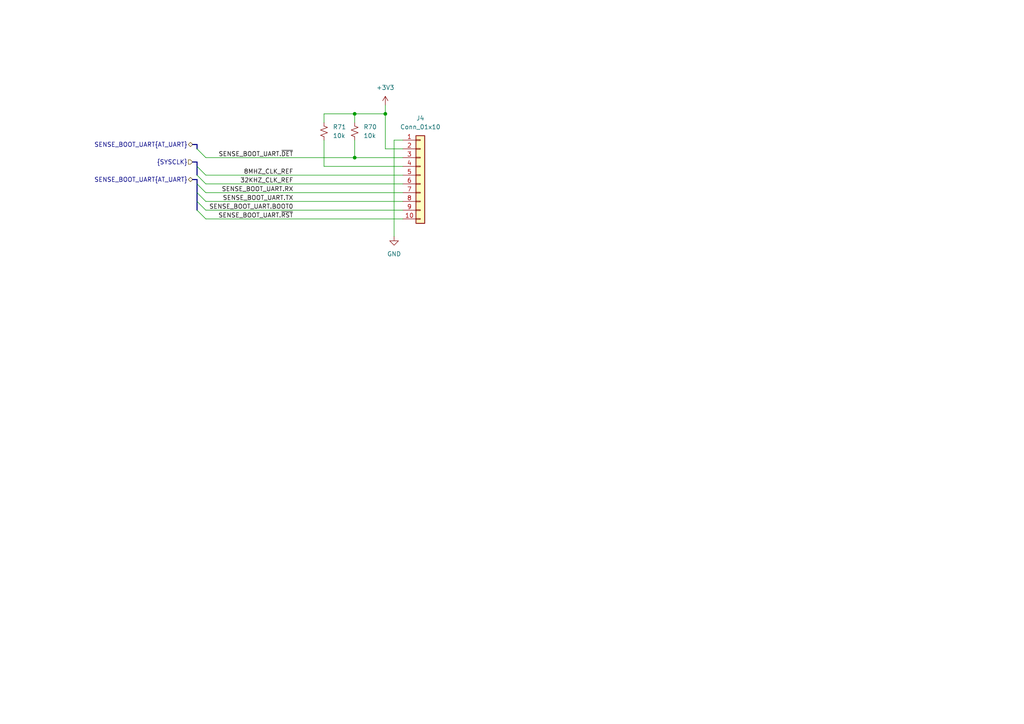
<source format=kicad_sch>
(kicad_sch (version 20230121) (generator eeschema)
  (paper "A4")
  (title_block (title "Kicker v3.0") (date "2023-11-07") (rev "0") (company "SSL A-Team") (comment 1 "Author: William Stuckey"))
  (lib_symbols
    (symbol "Connector_Generic:Conn_01x10" (pin_names (offset 1.016) hide)
      (property "Reference" "J" (at 0 12.7 0))
      (property "Value" "Conn_01x10" (at 0 -15.24 0))
      (symbol "Conn_01x10_1_1"
        (rectangle (start -1.27 -12.573) (end 0 -12.827) (stroke (width 0.1524)))
        (rectangle (start -1.27 -10.033) (end 0 -10.287) (stroke (width 0.1524)))
        (rectangle (start -1.27 -7.493) (end 0 -7.747) (stroke (width 0.1524)))
        (rectangle (start -1.27 -4.953) (end 0 -5.207) (stroke (width 0.1524)))
        (rectangle (start -1.27 -2.413) (end 0 -2.667) (stroke (width 0.1524)))
        (rectangle (start -1.27 0.127) (end 0 -0.127) (stroke (width 0.1524)))
        (rectangle (start -1.27 2.667) (end 0 2.413) (stroke (width 0.1524)))
        (rectangle (start -1.27 5.207) (end 0 4.953) (stroke (width 0.1524)))
        (rectangle (start -1.27 7.747) (end 0 7.493) (stroke (width 0.1524)))
        (rectangle (start -1.27 10.287) (end 0 10.033) (stroke (width 0.1524)))
        (rectangle (start -1.27 11.43) (end 1.27 -13.97) (stroke (width 0.254)) (fill (type background)))
        (pin passive line (at -5.08 10.16 0) (length 3.81) (name "Pin_1") (number "1"))
        (pin passive line (at -5.08 -12.7 0) (length 3.81) (name "Pin_10") (number "10"))
        (pin passive line (at -5.08 7.62 0) (length 3.81) (name "Pin_2") (number "2"))
        (pin passive line (at -5.08 5.08 0) (length 3.81) (name "Pin_3") (number "3"))
        (pin passive line (at -5.08 2.54 0) (length 3.81) (name "Pin_4") (number "4"))
        (pin passive line (at -5.08 0 0) (length 3.81) (name "Pin_5") (number "5"))
        (pin passive line (at -5.08 -2.54 0) (length 3.81) (name "Pin_6") (number "6"))
        (pin passive line (at -5.08 -5.08 0) (length 3.81) (name "Pin_7") (number "7"))
        (pin passive line (at -5.08 -7.62 0) (length 3.81) (name "Pin_8") (number "8"))
        (pin passive line (at -5.08 -10.16 0) (length 3.81) (name "Pin_9") (number "9"))
      )
    )
    (symbol "Device:R_Small_US" (pin_numbers hide) (pin_names (offset 0.254) hide)
      (property "Reference" "R" (at 0.762 0.508 0))
      (property "Value" "R_Small_US" (at 0.762 -1.016 0))
      (symbol "R_Small_US_1_1"
        (polyline (pts (xy 0 0) (xy 1.016 -0.381) (xy 0 -0.762) (xy -1.016 -1.143) (xy 0 -1.524)))
        (polyline (pts (xy 0 1.524) (xy 1.016 1.143) (xy 0 0.762) (xy -1.016 0.381) (xy 0 0)))
        (pin passive line (at 0 2.54 270) (length 1.016) (name "~") (number "1"))
        (pin passive line (at 0 -2.54 90) (length 1.016) (name "~") (number "2"))
      )
    )
    (symbol "power:+3V3" (power) (pin_names (offset 0))
      (property "Value" "+3V3" (at 0 3.556 0))
      (symbol "+3V3_0_1"
        (polyline (pts (xy -0.762 1.27) (xy 0 2.54)))
        (polyline (pts (xy 0 0) (xy 0 2.54)))
        (polyline (pts (xy 0 2.54) (xy 0.762 1.27)))
      )
      (symbol "+3V3_1_1"
        (pin power_in line (at 0 0 90) (length 0) hide (name "+3V3") (number "1"))
      )
    )
    (symbol "power:GND" (power) (pin_names (offset 0))
      (property "Value" "GND" (at 0 -3.81 0))
      (symbol "GND_0_1"
        (polyline (pts (xy 0 0) (xy 0 -1.27) (xy 1.27 -1.27) (xy 0 -2.54) (xy -1.27 -1.27) (xy 0 -1.27)))
      )
      (symbol "GND_1_1"
        (pin power_in line (at 0 0 270) (length 0) hide (name "GND") (number "1"))
      )
    )
  )
  (junction (at 111.76 33.02))
  (junction (at 102.87 33.02))
  (junction (at 102.87 45.72))
  (bus_entry (at 57.15 48.26) (size 2.54 2.54))
  (bus_entry (at 57.15 53.34) (size 2.54 2.54))
  (bus_entry (at 57.15 43.18) (size 2.54 2.54))
  (bus_entry (at 57.15 58.42) (size 2.54 2.54))
  (bus_entry (at 57.15 50.8) (size 2.54 2.54))
  (bus_entry (at 57.15 55.88) (size 2.54 2.54))
  (bus_entry (at 57.15 60.96) (size 2.54 2.54))
  (bus (pts (xy 57.15 52.07) (xy 57.15 53.34)))
  (wire (pts (xy 59.69 53.34) (xy 116.84 53.34)))
  (wire (pts (xy 116.84 40.64) (xy 114.3 40.64)))
  (bus (pts (xy 57.15 52.07) (xy 55.88 52.07)))
  (wire (pts (xy 59.69 45.72) (xy 102.87 45.72)))
  (bus (pts (xy 57.15 46.99) (xy 57.15 48.26)))
  (wire (pts (xy 102.87 45.72) (xy 116.84 45.72)))
  (wire (pts (xy 102.87 35.56) (xy 102.87 33.02)))
  (wire (pts (xy 102.87 40.64) (xy 102.87 45.72)))
  (bus (pts (xy 57.15 41.91) (xy 55.88 41.91)))
  (wire (pts (xy 93.98 48.26) (xy 93.98 40.64)))
  (bus (pts (xy 57.15 48.26) (xy 57.15 50.8)))
  (wire (pts (xy 59.69 55.88) (xy 116.84 55.88)))
  (wire (pts (xy 111.76 30.48) (xy 111.76 33.02)))
  (wire (pts (xy 102.87 33.02) (xy 111.76 33.02)))
  (bus (pts (xy 57.15 53.34) (xy 57.15 55.88)))
  (wire (pts (xy 116.84 48.26) (xy 93.98 48.26)))
  (wire (pts (xy 59.69 63.5) (xy 116.84 63.5)))
  (wire (pts (xy 116.84 43.18) (xy 111.76 43.18)))
  (wire (pts (xy 114.3 40.64) (xy 114.3 68.58)))
  (wire (pts (xy 59.69 58.42) (xy 116.84 58.42)))
  (wire (pts (xy 111.76 33.02) (xy 111.76 43.18)))
  (wire (pts (xy 59.69 60.96) (xy 116.84 60.96)))
  (bus (pts (xy 57.15 41.91) (xy 57.15 43.18)))
  (bus (pts (xy 57.15 55.88) (xy 57.15 58.42)))
  (wire (pts (xy 59.69 50.8) (xy 116.84 50.8)))
  (bus (pts (xy 57.15 58.42) (xy 57.15 60.96)))
  (wire (pts (xy 93.98 33.02) (xy 102.87 33.02)))
  (wire (pts (xy 93.98 35.56) (xy 93.98 33.02)))
  (bus (pts (xy 57.15 46.99) (xy 55.88 46.99)))
  (label "SENSE_BOOT_UART.TX" (at 85.09 58.42 180))
  (label "SENSE_BOOT_UART.RX" (at 85.09 55.88 180))
  (label "32KHZ_CLK_REF" (at 85.09 53.34 180))
  (label "8MHZ_CLK_REF" (at 85.09 50.8 180))
  (label "SENSE_BOOT_UART.BOOT0" (at 85.09 60.96 180))
  (label "SENSE_BOOT_UART.~{DET}" (at 85.09 45.72 180))
  (label "SENSE_BOOT_UART.~{RST}" (at 85.09 63.5 180))
  (hierarchical_label "SENSE_BOOT_UART{AT_UART}" (shape bidirectional) (at 55.88 41.91 180))
  (hierarchical_label "SENSE_BOOT_UART{AT_UART}" (shape bidirectional) (at 55.88 52.07 180))
  (hierarchical_label "{SYSCLK}" (shape input) (at 55.88 46.99 180))
  (symbol (lib_id "Device:R_Small_US") (at 102.87 38.1 0) (unit 1)
    (property "Reference" "R70" (at 105.41 36.83 0) (effects (justify left)))
    (property "Value" "10k" (at 105.41 39.37 0) (effects (justify left)))
    (property "Footprint" "Resistor_SMD:R_0402_1005Metric" (effects hide))
  )
  (symbol (lib_id "power:GND") (at 114.3 68.58 0) (unit 1)
    (property "Reference" "#PWR0117" (effects hide))
    (property "Value" "GND" (at 114.3 73.66 0))
  )
  (symbol (lib_id "Device:R_Small_US") (at 93.98 38.1 0) (unit 1)
    (property "Reference" "R71" (at 96.52 36.83 0) (effects (justify left)))
    (property "Value" "10k" (at 96.52 39.37 0) (effects (justify left)))
    (property "Footprint" "Resistor_SMD:R_0402_1005Metric" (effects hide))
  )
  (symbol (lib_id "power:+3V3") (at 111.76 30.48 0) (unit 1)
    (property "Reference" "#PWR0116" (effects hide))
    (property "Value" "+3V3" (at 111.76 25.4 0))
  )
  (symbol (lib_id "Connector_Generic:Conn_01x10") (at 121.92 50.8 0) (unit 1)
    (property "Reference" "J4" (at 121.92 34.29 0))
    (property "Value" "Conn_01x10" (at 121.92 36.83 0))
    (instances (project "kicker" (path "" (reference "J4") (unit 1)) (path "" (reference "J10") (unit 1))))
  )
)
</source>
